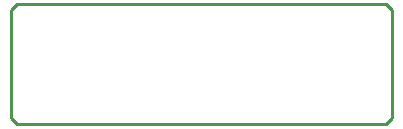
<source format=gbr>
%TF.GenerationSoftware,KiCad,Pcbnew,(5.1.9)-1*%
%TF.CreationDate,2021-05-26T15:31:28+08:00*%
%TF.ProjectId,ST-LINK_ODG,53542d4c-494e-44b5-9f4f-44472e6b6963,rev?*%
%TF.SameCoordinates,Original*%
%TF.FileFunction,Profile,NP*%
%FSLAX46Y46*%
G04 Gerber Fmt 4.6, Leading zero omitted, Abs format (unit mm)*
G04 Created by KiCad (PCBNEW (5.1.9)-1) date 2021-05-26 15:31:28*
%MOMM*%
%LPD*%
G01*
G04 APERTURE LIST*
%TA.AperFunction,Profile*%
%ADD10C,0.254000*%
%TD*%
G04 APERTURE END LIST*
D10*
X139255500Y-104521000D02*
X139763500Y-104013000D01*
X139763500Y-94869000D02*
X139255500Y-94361000D01*
X107505500Y-104013000D02*
X108013500Y-104521000D01*
X107505500Y-94869000D02*
X108013500Y-94361000D01*
X108013500Y-94361000D02*
X139255500Y-94361000D01*
X107505500Y-104013000D02*
X107505500Y-94869000D01*
X139255500Y-104521000D02*
X108013500Y-104521000D01*
X139763500Y-94869000D02*
X139763500Y-104013000D01*
M02*

</source>
